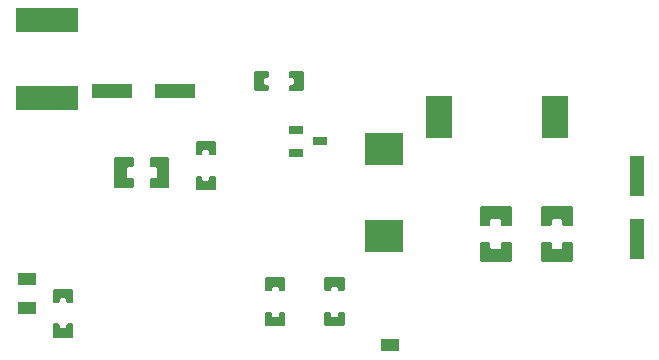
<source format=gtp>
G04 Layer: TopPasteMaskLayer*
G04 EasyEDA Pro v2.2.45.4, 2025-12-20 17:50:56*
G04 Gerber Generator version 0.3*
G04 Scale: 100 percent, Rotated: No, Reflected: No*
G04 Dimensions in millimeters*
G04 Leading zeros omitted, absolute positions, 4 integers and 5 decimals*
G04 Generated by one-click*
%FSLAX45Y45*%
%MOMM*%
%AMPolygonMacro1*4,1,4,0.762,0.508,0.762,-0.508,-0.762,-0.508,-0.762,0.508,0.762,0.508,0*%
%ADD10PolygonMacro1*%
%ADD11R,1.2X3.49999*%
%ADD12R,3.49999X1.2*%
%ADD13R,1.25001X0.7*%
%ADD14R,2.2X3.59999*%
%ADD15R,5.29999X2.0*%
%ADD16R,3.3058X2.69999*%
%ADD17R,3.29999X2.69999*%
G75*


G04 PolygonModel Start*
G36*
G01X292388Y-1335748D02*
G01X223288Y-1335748D01*
G01X213288Y-1325748D01*
G01X213288Y-1290157D01*
G01X203288Y-1280157D01*
G01X131487Y-1280157D01*
G01X121487Y-1290157D01*
G01X121487Y-1325748D01*
G01X111487Y-1335748D01*
G01X42386Y-1335748D01*
G01X32386Y-1325748D01*
G01X32386Y-1182248D01*
G01X42386Y-1172248D01*
G01X292388Y-1172248D01*
G01X302388Y-1182248D01*
G01X302388Y-1325748D01*
G01X292388Y-1335748D01*
G37*
G36*
G01X292388Y-1475748D02*
G01X223288Y-1475748D01*
G01X213288Y-1485748D01*
G01X213288Y-1521338D01*
G01X203288Y-1531338D01*
G01X131487Y-1531338D01*
G01X121487Y-1521338D01*
G01X121487Y-1485748D01*
G01X111487Y-1475748D01*
G01X42386Y-1475748D01*
G01X32386Y-1485748D01*
G01X32386Y-1629247D01*
G01X42386Y-1639247D01*
G01X292388Y-1639247D01*
G01X302388Y-1629247D01*
G01X302388Y-1485748D01*
G01X292388Y-1475748D01*
G37*
G36*
G01X-225670Y-1335748D02*
G01X-294771Y-1335748D01*
G01X-304771Y-1325748D01*
G01X-304771Y-1290157D01*
G01X-314771Y-1280157D01*
G01X-386571Y-1280157D01*
G01X-396571Y-1290157D01*
G01X-396571Y-1325748D01*
G01X-406571Y-1335748D01*
G01X-475672Y-1335748D01*
G01X-485672Y-1325748D01*
G01X-485672Y-1182248D01*
G01X-475672Y-1172248D01*
G01X-225670Y-1172248D01*
G01X-215670Y-1182248D01*
G01X-215670Y-1325748D01*
G01X-225670Y-1335748D01*
G37*
G36*
G01X-225670Y-1475748D02*
G01X-294771Y-1475748D01*
G01X-304771Y-1485748D01*
G01X-304771Y-1521338D01*
G01X-314771Y-1531338D01*
G01X-386571Y-1531338D01*
G01X-396571Y-1521338D01*
G01X-396571Y-1485748D01*
G01X-406571Y-1475748D01*
G01X-475672Y-1475748D01*
G01X-485672Y-1485748D01*
G01X-485672Y-1629247D01*
G01X-475672Y-1639247D01*
G01X-225670Y-1639247D01*
G01X-215670Y-1629247D01*
G01X-215670Y-1485748D01*
G01X-225670Y-1475748D01*
G37*
G36*
G01X-3277720Y-1010204D02*
G01X-3277720Y-941103D01*
G01X-3267720Y-931103D01*
G01X-3232130Y-931103D01*
G01X-3222130Y-921103D01*
G01X-3222130Y-849302D01*
G01X-3232130Y-839302D01*
G01X-3267720Y-839302D01*
G01X-3277720Y-829302D01*
G01X-3277720Y-760202D01*
G01X-3267720Y-750202D01*
G01X-3124220Y-750202D01*
G01X-3114220Y-760202D01*
G01X-3114220Y-1010204D01*
G01X-3124220Y-1020204D01*
G01X-3267720Y-1020204D01*
G01X-3277720Y-1010204D01*
G37*
G36*
G01X-3417720Y-1010204D02*
G01X-3417720Y-941103D01*
G01X-3427720Y-931103D01*
G01X-3463310Y-931103D01*
G01X-3473310Y-921103D01*
G01X-3473310Y-849302D01*
G01X-3463310Y-839302D01*
G01X-3427720Y-839302D01*
G01X-3417720Y-829302D01*
G01X-3417720Y-760202D01*
G01X-3427720Y-750202D01*
G01X-3571220Y-750202D01*
G01X-3581220Y-760202D01*
G01X-3581220Y-1010204D01*
G01X-3571220Y-1020204D01*
G01X-3427720Y-1020204D01*
G01X-3417720Y-1010204D01*
G37*
G36*
G01X-2142705Y-1892005D02*
G01X-2178836Y-1892005D01*
G01X-2188836Y-1882005D01*
G01X-2188836Y-1860949D01*
G01X-2198836Y-1850949D01*
G01X-2236672Y-1850949D01*
G01X-2246672Y-1860949D01*
G01X-2246672Y-1882005D01*
G01X-2256672Y-1892005D01*
G01X-2292803Y-1892005D01*
G01X-2302803Y-1882005D01*
G01X-2302803Y-1781254D01*
G01X-2292803Y-1771254D01*
G01X-2142705Y-1771254D01*
G01X-2132705Y-1781254D01*
G01X-2132705Y-1882005D01*
G01X-2142705Y-1892005D01*
G37*
G36*
G01X-2142705Y-2067006D02*
G01X-2178836Y-2067006D01*
G01X-2188836Y-2077006D01*
G01X-2188836Y-2098063D01*
G01X-2198836Y-2108063D01*
G01X-2236672Y-2108063D01*
G01X-2246672Y-2098063D01*
G01X-2246672Y-2077006D01*
G01X-2256672Y-2067006D01*
G01X-2292803Y-2067006D01*
G01X-2302803Y-2077006D01*
G01X-2302803Y-2177758D01*
G01X-2292803Y-2187758D01*
G01X-2142705Y-2187758D01*
G01X-2132705Y-2177758D01*
G01X-2132705Y-2077006D01*
G01X-2142705Y-2067006D01*
G37*
G36*
G01X-2099467Y-187129D02*
G01X-2099467Y-150998D01*
G01X-2089467Y-140998D01*
G01X-2068411Y-140998D01*
G01X-2058411Y-130998D01*
G01X-2058411Y-93162D01*
G01X-2068411Y-83162D01*
G01X-2089467Y-83162D01*
G01X-2099467Y-73162D01*
G01X-2099467Y-37031D01*
G01X-2089467Y-27031D01*
G01X-1988716Y-27031D01*
G01X-1978716Y-37031D01*
G01X-1978716Y-187129D01*
G01X-1988716Y-197129D01*
G01X-2089467Y-197129D01*
G01X-2099467Y-187129D01*
G37*
G36*
G01X-2274468Y-187129D02*
G01X-2274468Y-150998D01*
G01X-2284468Y-140998D01*
G01X-2305525Y-140998D01*
G01X-2315525Y-130998D01*
G01X-2315525Y-93162D01*
G01X-2305525Y-83162D01*
G01X-2284468Y-83162D01*
G01X-2274468Y-73162D01*
G01X-2274468Y-37031D01*
G01X-2284468Y-27031D01*
G01X-2385220Y-27031D01*
G01X-2395220Y-37031D01*
G01X-2395220Y-187129D01*
G01X-2385220Y-197129D01*
G01X-2284468Y-197129D01*
G01X-2274468Y-187129D01*
G37*
G36*
G01X-1791567Y-2067006D02*
G01X-1755436Y-2067006D01*
G01X-1745436Y-2077006D01*
G01X-1745436Y-2098063D01*
G01X-1735436Y-2108063D01*
G01X-1697600Y-2108063D01*
G01X-1687600Y-2098063D01*
G01X-1687600Y-2077006D01*
G01X-1677600Y-2067006D01*
G01X-1641469Y-2067006D01*
G01X-1631469Y-2077006D01*
G01X-1631469Y-2177758D01*
G01X-1641469Y-2187758D01*
G01X-1791567Y-2187758D01*
G01X-1801567Y-2177758D01*
G01X-1801567Y-2077006D01*
G01X-1791567Y-2067006D01*
G37*
G36*
G01X-1791567Y-1892005D02*
G01X-1755436Y-1892005D01*
G01X-1745436Y-1882005D01*
G01X-1745436Y-1860949D01*
G01X-1735436Y-1850949D01*
G01X-1697600Y-1850949D01*
G01X-1687600Y-1860949D01*
G01X-1687600Y-1882005D01*
G01X-1677600Y-1892005D01*
G01X-1641469Y-1892005D01*
G01X-1631469Y-1882005D01*
G01X-1631469Y-1781254D01*
G01X-1641469Y-1771254D01*
G01X-1791567Y-1771254D01*
G01X-1801567Y-1781254D01*
G01X-1801567Y-1882005D01*
G01X-1791567Y-1892005D01*
G37*
G36*
G01X-2731651Y-738000D02*
G01X-2767782Y-738000D01*
G01X-2777782Y-728000D01*
G01X-2777782Y-706943D01*
G01X-2787782Y-696943D01*
G01X-2825618Y-696943D01*
G01X-2835618Y-706943D01*
G01X-2835618Y-728000D01*
G01X-2845618Y-738000D01*
G01X-2881749Y-738000D01*
G01X-2891749Y-728000D01*
G01X-2891749Y-627248D01*
G01X-2881749Y-617248D01*
G01X-2731651Y-617248D01*
G01X-2721651Y-627248D01*
G01X-2721651Y-728000D01*
G01X-2731651Y-738000D01*
G37*
G36*
G01X-2731651Y-913000D02*
G01X-2767782Y-913000D01*
G01X-2777782Y-923000D01*
G01X-2777782Y-944057D01*
G01X-2787782Y-954057D01*
G01X-2825618Y-954057D01*
G01X-2835618Y-944057D01*
G01X-2835618Y-923000D01*
G01X-2845618Y-913000D01*
G01X-2881749Y-913000D01*
G01X-2891749Y-923000D01*
G01X-2891749Y-1023752D01*
G01X-2881749Y-1033752D01*
G01X-2731651Y-1033752D01*
G01X-2721651Y-1023752D01*
G01X-2721651Y-923000D01*
G01X-2731651Y-913000D01*
G37*
G36*
G01X-4090817Y-2163529D02*
G01X-4054686Y-2163529D01*
G01X-4044686Y-2173529D01*
G01X-4044686Y-2194585D01*
G01X-4034686Y-2204585D01*
G01X-3996850Y-2204585D01*
G01X-3986850Y-2194585D01*
G01X-3986850Y-2173529D01*
G01X-3976850Y-2163529D01*
G01X-3940719Y-2163529D01*
G01X-3930719Y-2173529D01*
G01X-3930719Y-2274280D01*
G01X-3940719Y-2284280D01*
G01X-4090817Y-2284280D01*
G01X-4100817Y-2274280D01*
G01X-4100817Y-2173529D01*
G01X-4090817Y-2163529D01*
G37*
G36*
G01X-4090817Y-1988528D02*
G01X-4054686Y-1988528D01*
G01X-4044686Y-1978528D01*
G01X-4044686Y-1957471D01*
G01X-4034686Y-1947471D01*
G01X-3996850Y-1947471D01*
G01X-3986850Y-1957471D01*
G01X-3986850Y-1978528D01*
G01X-3976850Y-1988528D01*
G01X-3940719Y-1988528D01*
G01X-3930719Y-1978528D01*
G01X-3930719Y-1877776D01*
G01X-3940719Y-1867776D01*
G01X-4090817Y-1867776D01*
G01X-4100817Y-1877776D01*
G01X-4100817Y-1978528D01*
G01X-4090817Y-1988528D01*
G37*

G04 Pad Start*
G54D10*
G01X-4318000Y-2032000D03*
G01X-4318000Y-1790700D03*
G01X-1244600Y-2349500D03*
G54D11*
G01X842164Y-917125D03*
G01X842164Y-1451135D03*
G54D12*
G01X-3601800Y-197536D03*
G01X-3067790Y-197536D03*
G54D13*
G01X-2043100Y-527304D03*
G01X-2043100Y-717296D03*
G01X-1843100Y-622300D03*
G54D14*
G01X151367Y-418407D03*
G01X-828631Y-418407D03*
G54D15*
G01X-4150713Y402989D03*
G01X-4150713Y-257005D03*
G54D17*
G01X-1295400Y-1422730D03*
G01X-1295400Y-685470D03*
G04 Pad End*

M02*


</source>
